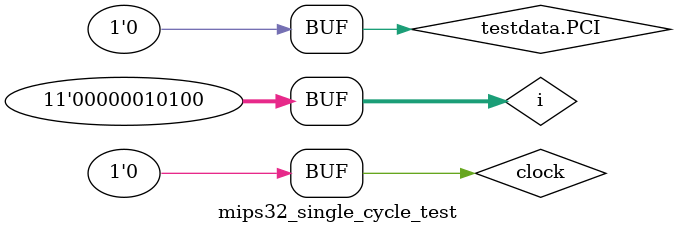
<source format=v>
`define DELAY 20
module mips32_single_cycle_test();
reg				clock;
reg	[10:0]	i;
mips32_single_cycle testdata(clock);


initial begin
	testdata.PCI = 32'b0;
	clock = 1'b0;
	for(i = 0; i < 20; i = i + 1)
		begin
			#`DELAY;
			clock = ~clock;
			#`DELAY;
			clock = ~clock;
	  end
end
 
 
initial
begin
$monitor("time = %1b, PCI = %1b, P[PCI] = %1b", clock, testdata.PCI, testdata.in);
end

endmodule
 
</source>
